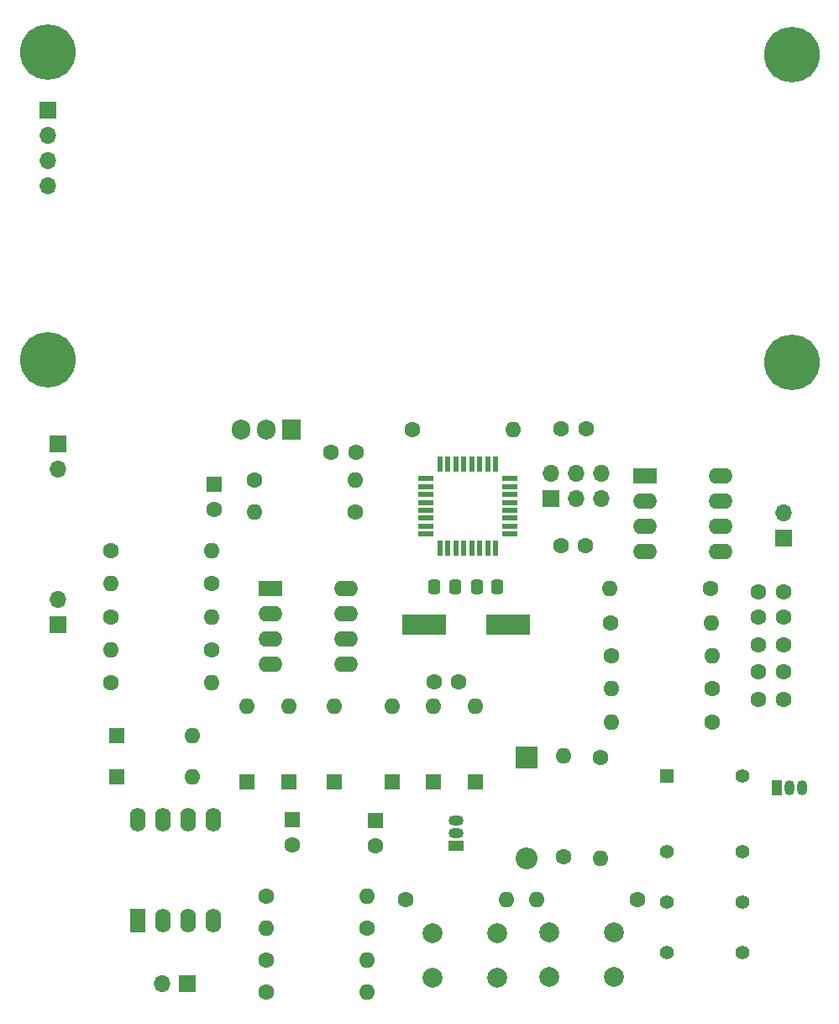
<source format=gbr>
%TF.GenerationSoftware,KiCad,Pcbnew,7.0.6*%
%TF.CreationDate,2023-07-25T17:39:36+01:00*%
%TF.ProjectId,Coursework,436f7572-7365-4776-9f72-6b2e6b696361,rev?*%
%TF.SameCoordinates,Original*%
%TF.FileFunction,Soldermask,Top*%
%TF.FilePolarity,Negative*%
%FSLAX46Y46*%
G04 Gerber Fmt 4.6, Leading zero omitted, Abs format (unit mm)*
G04 Created by KiCad (PCBNEW 7.0.6) date 2023-07-25 17:39:36*
%MOMM*%
%LPD*%
G01*
G04 APERTURE LIST*
G04 Aperture macros list*
%AMRoundRect*
0 Rectangle with rounded corners*
0 $1 Rounding radius*
0 $2 $3 $4 $5 $6 $7 $8 $9 X,Y pos of 4 corners*
0 Add a 4 corners polygon primitive as box body*
4,1,4,$2,$3,$4,$5,$6,$7,$8,$9,$2,$3,0*
0 Add four circle primitives for the rounded corners*
1,1,$1+$1,$2,$3*
1,1,$1+$1,$4,$5*
1,1,$1+$1,$6,$7*
1,1,$1+$1,$8,$9*
0 Add four rect primitives between the rounded corners*
20,1,$1+$1,$2,$3,$4,$5,0*
20,1,$1+$1,$4,$5,$6,$7,0*
20,1,$1+$1,$6,$7,$8,$9,0*
20,1,$1+$1,$8,$9,$2,$3,0*%
G04 Aperture macros list end*
%ADD10R,1.700000X1.700000*%
%ADD11O,1.700000X1.700000*%
%ADD12C,1.600000*%
%ADD13O,1.600000X1.600000*%
%ADD14R,1.500000X1.050000*%
%ADD15O,1.500000X1.050000*%
%ADD16R,1.600000X1.600000*%
%ADD17RoundRect,0.250000X-0.337500X-0.475000X0.337500X-0.475000X0.337500X0.475000X-0.337500X0.475000X0*%
%ADD18C,5.600000*%
%ADD19R,1.600000X2.400000*%
%ADD20O,1.600000X2.400000*%
%ADD21R,1.050000X1.500000*%
%ADD22O,1.050000X1.500000*%
%ADD23R,0.550000X1.600000*%
%ADD24R,1.600000X0.550000*%
%ADD25R,2.400000X1.600000*%
%ADD26O,2.400000X1.600000*%
%ADD27R,1.905000X2.000000*%
%ADD28O,1.905000X2.000000*%
%ADD29C,2.000000*%
%ADD30R,4.500000X2.000000*%
%ADD31R,2.200000X2.200000*%
%ADD32O,2.200000X2.200000*%
%ADD33RoundRect,0.250000X0.337500X0.475000X-0.337500X0.475000X-0.337500X-0.475000X0.337500X-0.475000X0*%
%ADD34R,1.400000X1.400000*%
%ADD35C,1.400000*%
G04 APERTURE END LIST*
D10*
%TO.C,J7*%
X141720000Y-88400000D03*
D11*
X141720000Y-85860000D03*
X144260000Y-88400000D03*
X144260000Y-85860000D03*
X146800000Y-88400000D03*
X146800000Y-85860000D03*
%TD*%
D12*
%TO.C,C4*%
X145200000Y-93200000D03*
X142700000Y-93200000D03*
%TD*%
%TO.C,R2*%
X150480000Y-128800000D03*
D13*
X140320000Y-128800000D03*
%TD*%
D12*
%TO.C,R21*%
X107480000Y-103700000D03*
D13*
X97320000Y-103700000D03*
%TD*%
D14*
%TO.C,U5*%
X132160000Y-123370000D03*
D15*
X132160000Y-122100000D03*
X132160000Y-120830000D03*
%TD*%
D10*
%TO.C,J3*%
X92000000Y-101125000D03*
D11*
X92000000Y-98585000D03*
%TD*%
D16*
%TO.C,D7*%
X115300000Y-117000000D03*
D13*
X115300000Y-109380000D03*
%TD*%
D10*
%TO.C,J2*%
X92000000Y-82925000D03*
D11*
X92000000Y-85465000D03*
%TD*%
D16*
%TO.C,D1*%
X97990000Y-116500000D03*
D13*
X105610000Y-116500000D03*
%TD*%
D17*
%TO.C,C3*%
X134262500Y-97300000D03*
X136337500Y-97300000D03*
%TD*%
D10*
%TO.C,J4*%
X105100000Y-137300000D03*
D11*
X102560000Y-137300000D03*
%TD*%
D12*
%TO.C,R20*%
X158000000Y-111000000D03*
D13*
X147840000Y-111000000D03*
%TD*%
D18*
%TO.C,REF\u002A\u002A*%
X91000000Y-43500000D03*
%TD*%
D12*
%TO.C,C5*%
X129950000Y-106900000D03*
X132450000Y-106900000D03*
%TD*%
%TO.C,R7*%
X97380000Y-93650000D03*
D13*
X107540000Y-93650000D03*
%TD*%
D12*
%TO.C,R11*%
X146700000Y-114520000D03*
D13*
X146700000Y-124680000D03*
%TD*%
D19*
%TO.C,U4*%
X100100000Y-130975000D03*
D20*
X102640000Y-130975000D03*
X105180000Y-130975000D03*
X107720000Y-130975000D03*
X107720000Y-120815000D03*
X105180000Y-120815000D03*
X102640000Y-120815000D03*
X100100000Y-120815000D03*
%TD*%
D16*
%TO.C,D3*%
X129900000Y-117000000D03*
D13*
X129900000Y-109380000D03*
%TD*%
D16*
%TO.C,D2*%
X97990000Y-112300000D03*
D13*
X105610000Y-112300000D03*
%TD*%
D21*
%TO.C,Q1*%
X164460000Y-117600000D03*
D22*
X165730000Y-117600000D03*
X167000000Y-117600000D03*
%TD*%
D12*
%TO.C,C11*%
X162650000Y-100400000D03*
X165150000Y-100400000D03*
%TD*%
%TO.C,C12*%
X162650000Y-97800000D03*
X165150000Y-97800000D03*
%TD*%
D16*
%TO.C,D6*%
X111100000Y-117000000D03*
D13*
X111100000Y-109380000D03*
%TD*%
D23*
%TO.C,U8*%
X130540000Y-93470000D03*
X131340000Y-93470000D03*
X132140000Y-93470000D03*
X132940000Y-93470000D03*
X133740000Y-93470000D03*
X134540000Y-93470000D03*
X135340000Y-93470000D03*
X136140000Y-93470000D03*
D24*
X137590000Y-92020000D03*
X137590000Y-91220000D03*
X137590000Y-90420000D03*
X137590000Y-89620000D03*
X137590000Y-88820000D03*
X137590000Y-88020000D03*
X137590000Y-87220000D03*
X137590000Y-86420000D03*
D23*
X136140000Y-84970000D03*
X135340000Y-84970000D03*
X134540000Y-84970000D03*
X133740000Y-84970000D03*
X132940000Y-84970000D03*
X132140000Y-84970000D03*
X131340000Y-84970000D03*
X130540000Y-84970000D03*
D24*
X129090000Y-86420000D03*
X129090000Y-87220000D03*
X129090000Y-88020000D03*
X129090000Y-88820000D03*
X129090000Y-89620000D03*
X129090000Y-90420000D03*
X129090000Y-91220000D03*
X129090000Y-92020000D03*
%TD*%
D18*
%TO.C,REF\u002A\u002A*%
X166000000Y-74750000D03*
%TD*%
D16*
%TO.C,D9*%
X125700000Y-117000000D03*
D13*
X125700000Y-109380000D03*
%TD*%
D12*
%TO.C,C15*%
X165150000Y-103200000D03*
X162650000Y-103200000D03*
%TD*%
%TO.C,R14*%
X113020000Y-134900000D03*
D13*
X123180000Y-134900000D03*
%TD*%
D18*
%TO.C,REF\u002A\u002A*%
X166000000Y-43750000D03*
%TD*%
D25*
%TO.C,U1*%
X113475000Y-97500000D03*
D26*
X113475000Y-100040000D03*
X113475000Y-102580000D03*
X113475000Y-105120000D03*
X121095000Y-105120000D03*
X121095000Y-102580000D03*
X121095000Y-100040000D03*
X121095000Y-97500000D03*
%TD*%
D25*
%TO.C,U2*%
X151215000Y-86120000D03*
D26*
X151215000Y-88660000D03*
X151215000Y-91200000D03*
X151215000Y-93740000D03*
X158835000Y-93740000D03*
X158835000Y-91200000D03*
X158835000Y-88660000D03*
X158835000Y-86120000D03*
%TD*%
D27*
%TO.C,U3*%
X115580000Y-81500000D03*
D28*
X113040000Y-81500000D03*
X110500000Y-81500000D03*
%TD*%
D12*
%TO.C,R15*%
X123180000Y-131700000D03*
D13*
X113020000Y-131700000D03*
%TD*%
D12*
%TO.C,R16*%
X97320000Y-107000000D03*
D13*
X107480000Y-107000000D03*
%TD*%
D12*
%TO.C,R4*%
X111840000Y-86600000D03*
D13*
X122000000Y-86600000D03*
%TD*%
D10*
%TO.C,J1*%
X91025000Y-49300000D03*
D11*
X91025000Y-51840000D03*
X91025000Y-54380000D03*
X91025000Y-56920000D03*
%TD*%
D29*
%TO.C,SW1*%
X129780000Y-132200000D03*
X136280000Y-132200000D03*
X129780000Y-136700000D03*
X136280000Y-136700000D03*
%TD*%
D12*
%TO.C,R6*%
X97320000Y-100400000D03*
D13*
X107480000Y-100400000D03*
%TD*%
D16*
%TO.C,C7*%
X107800000Y-87000000D03*
D12*
X107800000Y-89500000D03*
%TD*%
D10*
%TO.C,J6*%
X165200000Y-92460000D03*
D11*
X165200000Y-89920000D03*
%TD*%
D12*
%TO.C,R3*%
X127720000Y-81500000D03*
D13*
X137880000Y-81500000D03*
%TD*%
D16*
%TO.C,D8*%
X119900000Y-117000000D03*
D13*
X119900000Y-109380000D03*
%TD*%
D16*
%TO.C,C8*%
X115660000Y-120794888D03*
D12*
X115660000Y-123294888D03*
%TD*%
%TO.C,R12*%
X113020000Y-128500000D03*
D13*
X123180000Y-128500000D03*
%TD*%
D12*
%TO.C,R10*%
X147740000Y-101000000D03*
D13*
X157900000Y-101000000D03*
%TD*%
D12*
%TO.C,C1*%
X142750000Y-81400000D03*
X145250000Y-81400000D03*
%TD*%
%TO.C,R19*%
X157980000Y-107600000D03*
D13*
X147820000Y-107600000D03*
%TD*%
D12*
%TO.C,R18*%
X147840000Y-104300000D03*
D13*
X158000000Y-104300000D03*
%TD*%
D30*
%TO.C,Y1*%
X128900000Y-101100000D03*
X137400000Y-101100000D03*
%TD*%
D12*
%TO.C,R8*%
X107480000Y-97000000D03*
D13*
X97320000Y-97000000D03*
%TD*%
D12*
%TO.C,R13*%
X113020000Y-138100000D03*
D13*
X123180000Y-138100000D03*
%TD*%
D16*
%TO.C,D4*%
X134100000Y-117000000D03*
D13*
X134100000Y-109380000D03*
%TD*%
D31*
%TO.C,D5*%
X139300000Y-114520000D03*
D32*
X139300000Y-124680000D03*
%TD*%
D33*
%TO.C,C2*%
X132037500Y-97300000D03*
X129962500Y-97300000D03*
%TD*%
D34*
%TO.C,K1*%
X153380000Y-116380000D03*
D35*
X153380000Y-124000000D03*
X153380000Y-129080000D03*
X153380000Y-134160000D03*
X161000000Y-134160000D03*
X161000000Y-129080000D03*
X161000000Y-124000000D03*
X161000000Y-116380000D03*
%TD*%
D12*
%TO.C,R9*%
X143000000Y-124480000D03*
D13*
X143000000Y-114320000D03*
%TD*%
D12*
%TO.C,R5*%
X122000000Y-89800000D03*
D13*
X111840000Y-89800000D03*
%TD*%
D12*
%TO.C,C13*%
X162650000Y-108700000D03*
X165150000Y-108700000D03*
%TD*%
%TO.C,R1*%
X127120000Y-128800000D03*
D13*
X137280000Y-128800000D03*
%TD*%
D18*
%TO.C,REF\u002A\u002A*%
X91000000Y-74500000D03*
%TD*%
D12*
%TO.C,C14*%
X162650000Y-105900000D03*
X165150000Y-105900000D03*
%TD*%
%TO.C,C6*%
X122050000Y-83800000D03*
X119550000Y-83800000D03*
%TD*%
%TO.C,R17*%
X157800000Y-97500000D03*
D13*
X147640000Y-97500000D03*
%TD*%
D16*
%TO.C,C9*%
X124000000Y-120900000D03*
D12*
X124000000Y-123400000D03*
%TD*%
D29*
%TO.C,SW2*%
X141550000Y-132150000D03*
X148050000Y-132150000D03*
X141550000Y-136650000D03*
X148050000Y-136650000D03*
%TD*%
M02*

</source>
